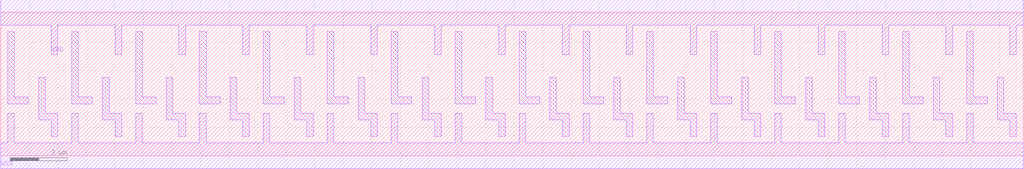
<source format=lef>
# Copyright 2022 GlobalFoundries PDK Authors
#
# Licensed under the Apache License, Version 2.0 (the "License");
# you may not use this file except in compliance with the License.
# You may obtain a copy of the License at
#
#      http://www.apache.org/licenses/LICENSE-2.0
#
# Unless required by applicable law or agreed to in writing, software
# distributed under the License is distributed on an "AS IS" BASIS,
# WITHOUT WARRANTIES OR CONDITIONS OF ANY KIND, either express or implied.
# See the License for the specific language governing permissions and
# limitations under the License.

MACRO gf180mcu_fd_sc_mcu9t5v0__fillcap_64
  CLASS core SPACER ;
  FOREIGN gf180mcu_fd_sc_mcu9t5v0__fillcap_64 0.0 0.0 ;
  ORIGIN 0 0 ;
  SYMMETRY X Y ;
  SITE GF018hv5v_green_sc9 ;
  SIZE 35.84 BY 5.04 ;
  PIN VDD
    DIRECTION INOUT ;
    USE power ;
    SHAPE ABUTMENT ;
    PORT
      LAYER Metal1 ;
        POLYGON 0 4.59 0.97 4.59 1.765 4.59 1.765 3.55 1.995 3.55 1.995 4.59 3.21 4.59 4.005 4.59 4.005 3.55 4.235 3.55 4.235 4.59 5.45 4.59 6.245 4.59 6.245 3.55 6.475 3.55 6.475 4.59 7.69 4.59 8.485 4.59 8.485 3.55 8.715 3.55 8.715 4.59 9.93 4.59 10.725 4.59 10.725 3.55 10.955 3.55 10.955 4.59 12.17 4.59 12.965 4.59 12.965 3.55 13.195 3.55 13.195 4.59 14.41 4.59 15.205 4.59 15.205 3.55 15.435 3.55 15.435 4.59 16.65 4.59 17.445 4.59 17.445 3.55 17.675 3.55 17.675 4.59 18.89 4.59 19.685 4.59 19.685 3.55 19.915 3.55 19.915 4.59 21.13 4.59 21.925 4.59 21.925 3.55 22.155 3.55 22.155 4.59 23.37 4.59 24.165 4.59 24.165 3.55 24.395 3.55 24.395 4.59 25.61 4.59 26.405 4.59 26.405 3.55 26.635 3.55 26.635 4.59 27.85 4.59 28.645 4.59 28.645 3.55 28.875 3.55 28.875 4.59 30.09 4.59 30.885 4.59 30.885 3.55 31.115 3.55 31.115 4.59 32.33 4.59 33.125 4.59 33.125 3.55 33.355 3.55 33.355 4.59 34.57 4.59 35.365 4.59 35.365 3.55 35.595 3.55 35.595 4.59 35.84 4.59 35.84 5.49 35.595 5.49 34.57 5.49 33.355 5.49 32.33 5.49 31.115 5.49 30.09 5.49 28.875 5.49 27.85 5.49 26.635 5.49 25.61 5.49 24.395 5.49 23.37 5.49 22.155 5.49 21.13 5.49 19.915 5.49 18.89 5.49 17.675 5.49 16.65 5.49 15.435 5.49 14.41 5.49 13.195 5.49 12.17 5.49 10.955 5.49 9.93 5.49 8.715 5.49 7.69 5.49 6.475 5.49 5.45 5.49 4.235 5.49 3.21 5.49 1.995 5.49 0.97 5.49 0 5.49  ;
    END
  END VDD
  PIN VSS
    DIRECTION INOUT ;
    USE ground ;
    SHAPE ABUTMENT ;
    PORT
      LAYER Metal1 ;
        POLYGON 0 -0.45 35.84 -0.45 35.84 0.45 34.075 0.45 34.075 1.49 33.845 1.49 33.845 0.45 31.835 0.45 31.835 1.49 31.605 1.49 31.605 0.45 29.595 0.45 29.595 1.49 29.365 1.49 29.365 0.45 27.355 0.45 27.355 1.49 27.125 1.49 27.125 0.45 25.115 0.45 25.115 1.49 24.885 1.49 24.885 0.45 22.875 0.45 22.875 1.49 22.645 1.49 22.645 0.45 20.635 0.45 20.635 1.49 20.405 1.49 20.405 0.45 18.395 0.45 18.395 1.49 18.165 1.49 18.165 0.45 16.155 0.45 16.155 1.49 15.925 1.49 15.925 0.45 13.915 0.45 13.915 1.49 13.685 1.49 13.685 0.45 11.675 0.45 11.675 1.49 11.445 1.49 11.445 0.45 9.435 0.45 9.435 1.49 9.205 1.49 9.205 0.45 7.195 0.45 7.195 1.49 6.965 1.49 6.965 0.45 4.955 0.45 4.955 1.49 4.725 1.49 4.725 0.45 2.715 0.45 2.715 1.49 2.485 1.49 2.485 0.45 0.475 0.45 0.475 1.49 0.245 1.49 0.245 0.45 0 0.45  ;
    END
  END VSS
  OBS
      LAYER Metal1 ;
        POLYGON 0.245 1.83 0.97 1.83 0.97 2.06 0.475 2.06 0.475 4.36 0.245 4.36  ;
        POLYGON 1.325 1.26 1.765 1.26 1.765 0.68 1.995 0.68 1.995 1.49 1.555 1.49 1.555 2.755 1.325 2.755  ;
        POLYGON 2.485 1.83 3.21 1.83 3.21 2.06 2.715 2.06 2.715 4.36 2.485 4.36  ;
        POLYGON 3.565 1.26 4.005 1.26 4.005 0.68 4.235 0.68 4.235 1.49 3.795 1.49 3.795 2.755 3.565 2.755  ;
        POLYGON 4.725 1.83 5.45 1.83 5.45 2.06 4.955 2.06 4.955 4.36 4.725 4.36  ;
        POLYGON 5.805 1.26 6.245 1.26 6.245 0.68 6.475 0.68 6.475 1.49 6.035 1.49 6.035 2.755 5.805 2.755  ;
        POLYGON 6.965 1.83 7.69 1.83 7.69 2.06 7.195 2.06 7.195 4.36 6.965 4.36  ;
        POLYGON 8.045 1.26 8.485 1.26 8.485 0.68 8.715 0.68 8.715 1.49 8.275 1.49 8.275 2.755 8.045 2.755  ;
        POLYGON 9.205 1.83 9.93 1.83 9.93 2.06 9.435 2.06 9.435 4.36 9.205 4.36  ;
        POLYGON 10.285 1.26 10.725 1.26 10.725 0.68 10.955 0.68 10.955 1.49 10.515 1.49 10.515 2.755 10.285 2.755  ;
        POLYGON 11.445 1.83 12.17 1.83 12.17 2.06 11.675 2.06 11.675 4.36 11.445 4.36  ;
        POLYGON 12.525 1.26 12.965 1.26 12.965 0.68 13.195 0.68 13.195 1.49 12.755 1.49 12.755 2.755 12.525 2.755  ;
        POLYGON 13.685 1.83 14.41 1.83 14.41 2.06 13.915 2.06 13.915 4.36 13.685 4.36  ;
        POLYGON 14.765 1.26 15.205 1.26 15.205 0.68 15.435 0.68 15.435 1.49 14.995 1.49 14.995 2.755 14.765 2.755  ;
        POLYGON 15.925 1.83 16.65 1.83 16.65 2.06 16.155 2.06 16.155 4.36 15.925 4.36  ;
        POLYGON 17.005 1.26 17.445 1.26 17.445 0.68 17.675 0.68 17.675 1.49 17.235 1.49 17.235 2.755 17.005 2.755  ;
        POLYGON 18.165 1.83 18.89 1.83 18.89 2.06 18.395 2.06 18.395 4.36 18.165 4.36  ;
        POLYGON 19.245 1.26 19.685 1.26 19.685 0.68 19.915 0.68 19.915 1.49 19.475 1.49 19.475 2.755 19.245 2.755  ;
        POLYGON 20.405 1.83 21.13 1.83 21.13 2.06 20.635 2.06 20.635 4.36 20.405 4.36  ;
        POLYGON 21.485 1.26 21.925 1.26 21.925 0.68 22.155 0.68 22.155 1.49 21.715 1.49 21.715 2.755 21.485 2.755  ;
        POLYGON 22.645 1.83 23.37 1.83 23.37 2.06 22.875 2.06 22.875 4.36 22.645 4.36  ;
        POLYGON 23.725 1.26 24.165 1.26 24.165 0.68 24.395 0.68 24.395 1.49 23.955 1.49 23.955 2.755 23.725 2.755  ;
        POLYGON 24.885 1.83 25.61 1.83 25.61 2.06 25.115 2.06 25.115 4.36 24.885 4.36  ;
        POLYGON 25.965 1.26 26.405 1.26 26.405 0.68 26.635 0.68 26.635 1.49 26.195 1.49 26.195 2.755 25.965 2.755  ;
        POLYGON 27.125 1.83 27.85 1.83 27.85 2.06 27.355 2.06 27.355 4.36 27.125 4.36  ;
        POLYGON 28.205 1.26 28.645 1.26 28.645 0.68 28.875 0.68 28.875 1.49 28.435 1.49 28.435 2.755 28.205 2.755  ;
        POLYGON 29.365 1.83 30.09 1.83 30.09 2.06 29.595 2.06 29.595 4.36 29.365 4.36  ;
        POLYGON 30.445 1.26 30.885 1.26 30.885 0.68 31.115 0.68 31.115 1.49 30.675 1.49 30.675 2.755 30.445 2.755  ;
        POLYGON 31.605 1.83 32.33 1.83 32.33 2.06 31.835 2.06 31.835 4.36 31.605 4.36  ;
        POLYGON 32.685 1.26 33.125 1.26 33.125 0.68 33.355 0.68 33.355 1.49 32.915 1.49 32.915 2.755 32.685 2.755  ;
        POLYGON 33.845 1.83 34.57 1.83 34.57 2.06 34.075 2.06 34.075 4.36 33.845 4.36  ;
        POLYGON 34.925 1.26 35.365 1.26 35.365 0.68 35.595 0.68 35.595 1.49 35.155 1.49 35.155 2.755 34.925 2.755  ;
  END
END gf180mcu_fd_sc_mcu9t5v0__fillcap_64

</source>
